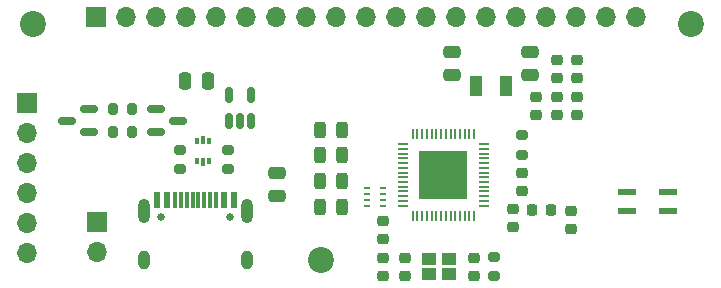
<source format=gts>
G04 #@! TF.GenerationSoftware,KiCad,Pcbnew,7.0.9-7.0.9~ubuntu22.04.1*
G04 #@! TF.CreationDate,2024-01-29T10:47:30+01:00*
G04 #@! TF.ProjectId,v7-soc-8bit,76372d73-6f63-42d3-9862-69742e6b6963,rev?*
G04 #@! TF.SameCoordinates,Original*
G04 #@! TF.FileFunction,Soldermask,Top*
G04 #@! TF.FilePolarity,Negative*
%FSLAX46Y46*%
G04 Gerber Fmt 4.6, Leading zero omitted, Abs format (unit mm)*
G04 Created by KiCad (PCBNEW 7.0.9-7.0.9~ubuntu22.04.1) date 2024-01-29 10:47:30*
%MOMM*%
%LPD*%
G01*
G04 APERTURE LIST*
G04 Aperture macros list*
%AMRoundRect*
0 Rectangle with rounded corners*
0 $1 Rounding radius*
0 $2 $3 $4 $5 $6 $7 $8 $9 X,Y pos of 4 corners*
0 Add a 4 corners polygon primitive as box body*
4,1,4,$2,$3,$4,$5,$6,$7,$8,$9,$2,$3,0*
0 Add four circle primitives for the rounded corners*
1,1,$1+$1,$2,$3*
1,1,$1+$1,$4,$5*
1,1,$1+$1,$6,$7*
1,1,$1+$1,$8,$9*
0 Add four rect primitives between the rounded corners*
20,1,$1+$1,$2,$3,$4,$5,0*
20,1,$1+$1,$4,$5,$6,$7,0*
20,1,$1+$1,$6,$7,$8,$9,0*
20,1,$1+$1,$8,$9,$2,$3,0*%
G04 Aperture macros list end*
%ADD10C,0.650000*%
%ADD11R,0.600000X1.450000*%
%ADD12R,0.300000X1.450000*%
%ADD13O,1.000000X2.100000*%
%ADD14O,1.000000X1.600000*%
%ADD15R,1.700000X1.700000*%
%ADD16O,1.700000X1.700000*%
%ADD17RoundRect,0.200000X-0.275000X0.200000X-0.275000X-0.200000X0.275000X-0.200000X0.275000X0.200000X0*%
%ADD18R,1.193800X0.990600*%
%ADD19RoundRect,0.200000X0.275000X-0.200000X0.275000X0.200000X-0.275000X0.200000X-0.275000X-0.200000X0*%
%ADD20RoundRect,0.200000X-0.200000X-0.275000X0.200000X-0.275000X0.200000X0.275000X-0.200000X0.275000X0*%
%ADD21R,0.533400X0.203200*%
%ADD22RoundRect,0.225000X-0.250000X0.225000X-0.250000X-0.225000X0.250000X-0.225000X0.250000X0.225000X0*%
%ADD23RoundRect,0.218750X-0.256250X0.218750X-0.256250X-0.218750X0.256250X-0.218750X0.256250X0.218750X0*%
%ADD24RoundRect,0.150000X-0.587500X-0.150000X0.587500X-0.150000X0.587500X0.150000X-0.587500X0.150000X0*%
%ADD25RoundRect,0.243750X-0.243750X-0.456250X0.243750X-0.456250X0.243750X0.456250X-0.243750X0.456250X0*%
%ADD26RoundRect,0.250000X-0.475000X0.250000X-0.475000X-0.250000X0.475000X-0.250000X0.475000X0.250000X0*%
%ADD27RoundRect,0.225000X0.250000X-0.225000X0.250000X0.225000X-0.250000X0.225000X-0.250000X-0.225000X0*%
%ADD28C,2.200000*%
%ADD29R,1.000000X1.800000*%
%ADD30RoundRect,0.218750X0.218750X0.256250X-0.218750X0.256250X-0.218750X-0.256250X0.218750X-0.256250X0*%
%ADD31R,0.850000X0.200000*%
%ADD32R,0.200000X0.850000*%
%ADD33R,4.050000X4.050000*%
%ADD34RoundRect,0.200000X0.200000X0.275000X-0.200000X0.275000X-0.200000X-0.275000X0.200000X-0.275000X0*%
%ADD35RoundRect,0.150000X0.150000X-0.512500X0.150000X0.512500X-0.150000X0.512500X-0.150000X-0.512500X0*%
%ADD36RoundRect,0.250000X-0.250000X-0.475000X0.250000X-0.475000X0.250000X0.475000X-0.250000X0.475000X0*%
%ADD37R,1.500000X0.600000*%
%ADD38RoundRect,0.150000X0.587500X0.150000X-0.587500X0.150000X-0.587500X-0.150000X0.587500X-0.150000X0*%
%ADD39R,0.375000X0.500000*%
%ADD40R,0.300000X0.650000*%
G04 APERTURE END LIST*
D10*
X45470000Y-51500000D03*
X51250000Y-51500000D03*
D11*
X45110000Y-50055000D03*
X45910000Y-50055000D03*
D12*
X47110000Y-50055000D03*
X48110000Y-50055000D03*
X48610000Y-50055000D03*
X49610000Y-50055000D03*
D11*
X50810000Y-50055000D03*
X51610000Y-50055000D03*
X51610000Y-50055000D03*
X50810000Y-50055000D03*
D12*
X50110000Y-50055000D03*
X49110000Y-50055000D03*
X47610000Y-50055000D03*
X46610000Y-50055000D03*
D11*
X45910000Y-50055000D03*
X45110000Y-50055000D03*
D13*
X44040000Y-50970000D03*
D14*
X44040000Y-55150000D03*
D13*
X52680000Y-50970000D03*
D14*
X52680000Y-55150000D03*
D15*
X39930000Y-34550000D03*
D16*
X42470000Y-34550000D03*
X45010000Y-34550000D03*
X47550000Y-34550000D03*
X50090000Y-34550000D03*
X52630000Y-34550000D03*
X55170000Y-34550000D03*
X57710000Y-34550000D03*
X60250000Y-34550000D03*
X62790000Y-34550000D03*
X65330000Y-34550000D03*
X67870000Y-34550000D03*
X70410000Y-34550000D03*
X72950000Y-34550000D03*
X75490000Y-34550000D03*
X78030000Y-34550000D03*
X80570000Y-34550000D03*
X83110000Y-34550000D03*
X85650000Y-34550000D03*
D17*
X76020000Y-44565000D03*
X76020000Y-46215000D03*
D18*
X68159999Y-56339999D03*
X69860001Y-56339999D03*
X69860001Y-55040001D03*
X68159999Y-55040001D03*
D19*
X51150000Y-47425000D03*
X51150000Y-45775000D03*
D20*
X41335000Y-44280000D03*
X42985000Y-44280000D03*
D21*
X62890000Y-49029998D03*
X62890000Y-49529999D03*
X62890000Y-50029999D03*
X62890000Y-50530000D03*
X64261600Y-50530000D03*
X64261600Y-50029999D03*
X64261600Y-49529999D03*
X64261600Y-49029998D03*
D22*
X64270000Y-51810000D03*
X64270000Y-53360000D03*
D23*
X78950000Y-41302500D03*
X78950000Y-42877500D03*
D19*
X47080000Y-47425000D03*
X47080000Y-45775000D03*
D24*
X44982500Y-42370000D03*
X44982500Y-44270000D03*
X46857500Y-43320000D03*
D25*
X58902500Y-48433332D03*
X60777500Y-48433332D03*
D22*
X80670000Y-38185000D03*
X80670000Y-39735000D03*
D26*
X55255000Y-47775000D03*
X55255000Y-49675000D03*
D27*
X80625000Y-42865000D03*
X80625000Y-41315000D03*
D26*
X70100000Y-37550000D03*
X70100000Y-39450000D03*
D22*
X66085000Y-54915000D03*
X66085000Y-56465000D03*
D17*
X73600000Y-54865000D03*
X73600000Y-56515000D03*
D22*
X75220000Y-50800000D03*
X75220000Y-52350000D03*
D28*
X58970000Y-55150000D03*
D26*
X76650000Y-37550000D03*
X76650000Y-39450000D03*
D29*
X74625000Y-40400000D03*
X72125000Y-40400000D03*
D28*
X90300000Y-35150000D03*
D30*
X78437500Y-50910000D03*
X76862500Y-50910000D03*
D31*
X72800000Y-50525000D03*
X72800000Y-50125000D03*
X72800000Y-49725000D03*
X72800000Y-49325000D03*
X72800000Y-48925000D03*
X72800000Y-48525000D03*
X72800000Y-48125000D03*
X72800000Y-47725000D03*
X72800000Y-47325000D03*
X72800000Y-46925000D03*
X72800000Y-46525000D03*
X72800000Y-46125000D03*
X72800000Y-45725000D03*
X72800000Y-45325000D03*
D32*
X71950000Y-44475000D03*
X71550000Y-44475000D03*
X71150000Y-44475000D03*
X70750000Y-44475000D03*
X70350000Y-44475000D03*
X69950000Y-44475000D03*
X69550000Y-44475000D03*
X69150000Y-44475000D03*
X68750000Y-44475000D03*
X68350000Y-44475000D03*
X67950000Y-44475000D03*
X67550000Y-44475000D03*
X67150000Y-44475000D03*
X66750000Y-44475000D03*
D31*
X65900000Y-45325000D03*
X65900000Y-45725000D03*
X65900000Y-46125000D03*
X65900000Y-46525000D03*
X65900000Y-46925000D03*
X65900000Y-47325000D03*
X65900000Y-47725000D03*
X65900000Y-48125000D03*
X65900000Y-48525000D03*
X65900000Y-48925000D03*
X65900000Y-49325000D03*
X65900000Y-49725000D03*
X65900000Y-50125000D03*
X65900000Y-50525000D03*
D32*
X66750000Y-51375000D03*
X67150000Y-51375000D03*
X67550000Y-51375000D03*
X67950000Y-51375000D03*
X68350000Y-51375000D03*
X68750000Y-51375000D03*
X69150000Y-51375000D03*
X69550000Y-51375000D03*
X69950000Y-51375000D03*
X70350000Y-51375000D03*
X70750000Y-51375000D03*
X71150000Y-51375000D03*
X71550000Y-51375000D03*
X71950000Y-51375000D03*
D33*
X69350000Y-47925000D03*
D25*
X58902500Y-50610000D03*
X60777500Y-50610000D03*
D34*
X42985000Y-42350000D03*
X41335000Y-42350000D03*
D35*
X51160000Y-43397500D03*
X52110000Y-43397500D03*
X53060000Y-43397500D03*
X53060000Y-41122500D03*
X51160000Y-41122500D03*
D22*
X80130000Y-50990000D03*
X80130000Y-52540000D03*
D25*
X58902500Y-44080000D03*
X60777500Y-44080000D03*
D15*
X40000000Y-51930000D03*
D16*
X40000000Y-54470000D03*
D28*
X34600000Y-35150000D03*
D25*
X58902500Y-46256666D03*
X60777500Y-46256666D03*
D36*
X47480000Y-40010000D03*
X49380000Y-40010000D03*
D22*
X77200000Y-41315000D03*
X77200000Y-42865000D03*
D15*
X34110000Y-41840000D03*
D16*
X34110000Y-44380000D03*
X34110000Y-46920000D03*
X34110000Y-49460000D03*
X34110000Y-52000000D03*
X34110000Y-54540000D03*
D37*
X84860000Y-50980000D03*
X88360000Y-50980000D03*
X88360000Y-49380000D03*
X84860000Y-49380000D03*
D22*
X78960000Y-38185000D03*
X78960000Y-39735000D03*
D38*
X39340000Y-44270000D03*
X39340000Y-42370000D03*
X37465000Y-43320000D03*
D22*
X76020000Y-47755000D03*
X76020000Y-49305000D03*
D27*
X71960000Y-56465000D03*
X71960000Y-54915000D03*
X64260000Y-56465000D03*
X64260000Y-54915000D03*
D39*
X48462500Y-46760000D03*
D40*
X49000000Y-46835000D03*
D39*
X49537500Y-46760000D03*
X49537500Y-45060000D03*
D40*
X49000000Y-44985000D03*
D39*
X48462500Y-45060000D03*
M02*

</source>
